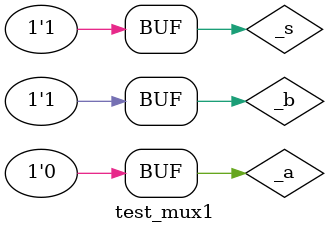
<source format=v>
module mux1(s, a, b, f);
    input s, a, b;
    output f;
    wire w1, w2, w3;

    // Gates for 2-to-1 multiplexer
    and(w2, a, w1);
    not(w1, s);
    and(w3, b, s);
    or(f, w2, w3);
endmodule

module test_mux1();
    reg _s, _a, _b;
    wire _f;
    mux1 m1(.a(_a), .b(_b), .s(_s), .f(_f));
    initial begin
        // Test cases for the 2-to-1 multiplexer
        _s = 1'b0; _a = 1'b0; _b = 1'b0;
        #20
        _s = 1'b0; _a = 1'b0; _b = 1'b1;
        #20
        _s = 1'b0; _a = 1'b1; _b = 1'b0;
        #20
        _s = 1'b0; _a = 1'b1; _b = 1'b1;
        #20
        _s = 1'b1; _a = 1'b0; _b = 1'b0;
        #20
        _s = 1'b1; _a = 1'b0; _b = 1'b1;
        #20
        _s = 1'b1; _a = 1'b1; _b = 1'b0;
        #20
        _s = 1'b1; _a = 1'b0; _b = 1'b1;
    end
endmodule
</source>
